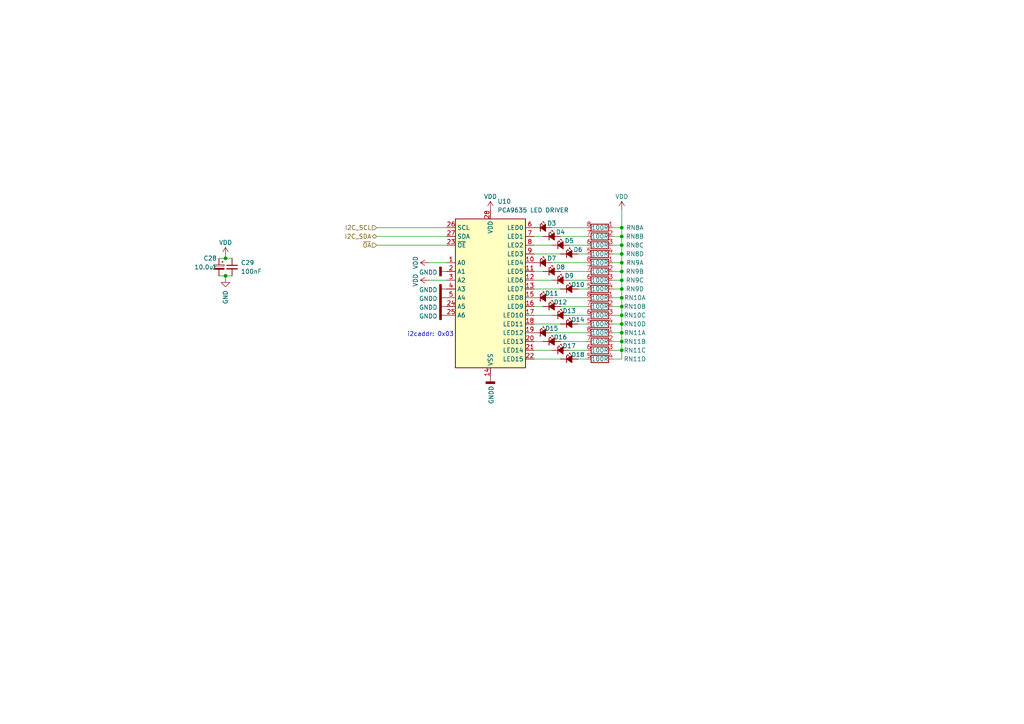
<source format=kicad_sch>
(kicad_sch (version 20211123) (generator eeschema)
  (paper "A4")
  (lib_symbols
    (symbol "Device:C_Polarized_Small" (pin_numbers hide) (pin_names (offset 0.254) hide)
      (property "Reference" "C" (at 0.254 1.778 0))
      (property "Value" "C_Polarized_Small" (at 0.254 -2.032 0))
      (symbol "C_Polarized_Small_0_1"
        (rectangle (start -1.524 -0.3048) (end 1.524 -0.6858) (fill (type outline)))
        (rectangle (start -1.524 0.6858) (end 1.524 0.3048))
        (polyline (pts (xy -1.27 1.524) (xy -0.762 1.524)))
        (polyline (pts (xy -1.016 1.27) (xy -1.016 1.778)))
      )
      (symbol "C_Polarized_Small_1_1"
        (pin passive line (at 0 2.54 270) (length 1.8542) (name "~") (number "1"))
        (pin passive line (at 0 -2.54 90) (length 1.8542) (name "~") (number "2"))
      )
    )
    (symbol "Device:C_Small" (pin_numbers hide) (pin_names (offset 0.254) hide)
      (property "Reference" "C" (at 0.254 1.778 0))
      (property "Value" "C_Small" (at 0.254 -2.032 0))
      (symbol "C_Small_0_1"
        (polyline (pts (xy -1.524 -0.508) (xy 1.524 -0.508)) (stroke (width 0.3302)))
        (polyline (pts (xy -1.524 0.508) (xy 1.524 0.508)) (stroke (width 0.3048)))
      )
      (symbol "C_Small_1_1"
        (pin passive line (at 0 2.54 270) (length 2.032) (name "~") (number "1"))
        (pin passive line (at 0 -2.54 90) (length 2.032) (name "~") (number "2"))
      )
    )
    (symbol "Device:LED_Small_Filled" (pin_numbers hide) (pin_names (offset 0.254) hide)
      (property "Reference" "D" (at -1.27 3.175 0))
      (property "Value" "LED_Small_Filled" (at -4.445 -2.54 0))
      (symbol "LED_Small_Filled_0_1"
        (polyline (pts (xy -0.762 -1.016) (xy -0.762 1.016)) (stroke (width 0.254)))
        (polyline (pts (xy 1.016 0) (xy -0.762 0)))
        (polyline (pts (xy 0.762 -1.016) (xy -0.762 0) (xy 0.762 1.016) (xy 0.762 -1.016)) (stroke (width 0.254)) (fill (type outline)))
        (polyline (pts (xy 0 0.762) (xy -0.508 1.27) (xy -0.254 1.27) (xy -0.508 1.27) (xy -0.508 1.016)))
        (polyline (pts (xy 0.508 1.27) (xy 0 1.778) (xy 0.254 1.778) (xy 0 1.778) (xy 0 1.524)))
      )
      (symbol "LED_Small_Filled_1_1"
        (pin passive line (at -2.54 0 0) (length 1.778) (name "K") (number "1"))
        (pin passive line (at 2.54 0 180) (length 1.778) (name "A") (number "2"))
      )
    )
    (symbol "Device:R_Pack04_Split" (pin_names (offset 0) hide)
      (property "Reference" "RN" (at 2.032 0 90))
      (property "Value" "R_Pack04_Split" (at 0 0 90))
      (symbol "R_Pack04_Split_0_1"
        (rectangle (start 1.016 2.54) (end -1.016 -2.54) (stroke (width 0.254)))
      )
      (symbol "R_Pack04_Split_1_1"
        (pin passive line (at 0 -3.81 90) (length 1.27) (name "R1.1") (number "1"))
        (pin passive line (at 0 3.81 270) (length 1.27) (name "R1.2") (number "8"))
      )
      (symbol "R_Pack04_Split_2_1"
        (pin passive line (at 0 -3.81 90) (length 1.27) (name "R2.1") (number "2"))
        (pin passive line (at 0 3.81 270) (length 1.27) (name "R2.2") (number "7"))
      )
      (symbol "R_Pack04_Split_3_1"
        (pin passive line (at 0 -3.81 90) (length 1.27) (name "R3.1") (number "3"))
        (pin passive line (at 0 3.81 270) (length 1.27) (name "R3.2") (number "6"))
      )
      (symbol "R_Pack04_Split_4_1"
        (pin passive line (at 0 -3.81 90) (length 1.27) (name "R4.1") (number "4"))
        (pin passive line (at 0 3.81 270) (length 1.27) (name "R4.2") (number "5"))
      )
    )
    (symbol "Driver_LED:PCA9635"
      (property "Reference" "U" (at -10.16 24.13 0))
      (property "Value" "PCA9635" (at 2.54 -21.59 0))
      (symbol "PCA9635_0_1"
        (rectangle (start -10.16 22.86) (end 10.16 -20.32) (stroke (width 0.254)) (fill (type background)))
      )
      (symbol "PCA9635_1_1"
        (pin input line (at -12.7 10.16 0) (length 2.54) (name "A0") (number "1"))
        (pin output line (at 12.7 10.16 180) (length 2.54) (name "LED4") (number "10"))
        (pin output line (at 12.7 7.62 180) (length 2.54) (name "LED5") (number "11"))
        (pin output line (at 12.7 5.08 180) (length 2.54) (name "LED6") (number "12"))
        (pin output line (at 12.7 2.54 180) (length 2.54) (name "LED7") (number "13"))
        (pin power_in line (at 0 -22.86 90) (length 2.54) (name "VSS") (number "14"))
        (pin output line (at 12.7 0 180) (length 2.54) (name "LED8") (number "15"))
        (pin output line (at 12.7 -2.54 180) (length 2.54) (name "LED9") (number "16"))
        (pin output line (at 12.7 -5.08 180) (length 2.54) (name "LED10") (number "17"))
        (pin output line (at 12.7 -7.62 180) (length 2.54) (name "LED11") (number "18"))
        (pin output line (at 12.7 -10.16 180) (length 2.54) (name "LED12") (number "19"))
        (pin input line (at -12.7 7.62 0) (length 2.54) (name "A1") (number "2"))
        (pin output line (at 12.7 -12.7 180) (length 2.54) (name "LED13") (number "20"))
        (pin output line (at 12.7 -15.24 180) (length 2.54) (name "LED14") (number "21"))
        (pin output line (at 12.7 -17.78 180) (length 2.54) (name "LED15") (number "22"))
        (pin input line (at -12.7 15.24 0) (length 2.54) (name "~{OE}") (number "23"))
        (pin input line (at -12.7 -2.54 0) (length 2.54) (name "A5") (number "24"))
        (pin input line (at -12.7 -5.08 0) (length 2.54) (name "A6") (number "25"))
        (pin input line (at -12.7 20.32 0) (length 2.54) (name "SCL") (number "26"))
        (pin bidirectional line (at -12.7 17.78 0) (length 2.54) (name "SDA") (number "27"))
        (pin power_in line (at 0 25.4 270) (length 2.54) (name "VDD") (number "28"))
        (pin input line (at -12.7 5.08 0) (length 2.54) (name "A2") (number "3"))
        (pin input line (at -12.7 2.54 0) (length 2.54) (name "A3") (number "4"))
        (pin input line (at -12.7 0 0) (length 2.54) (name "A4") (number "5"))
        (pin output line (at 12.7 20.32 180) (length 2.54) (name "LED0") (number "6"))
        (pin output line (at 12.7 17.78 180) (length 2.54) (name "LED1") (number "7"))
        (pin output line (at 12.7 15.24 180) (length 2.54) (name "LED2") (number "8"))
        (pin output line (at 12.7 12.7 180) (length 2.54) (name "LED3") (number "9"))
      )
    )
    (symbol "power:GND" (power) (pin_names (offset 0))
      (property "Value" "GND" (at 0 -3.81 0))
      (symbol "GND_0_1"
        (polyline (pts (xy 0 0) (xy 0 -1.27) (xy 1.27 -1.27) (xy 0 -2.54) (xy -1.27 -1.27) (xy 0 -1.27)))
      )
      (symbol "GND_1_1"
        (pin power_in line (at 0 0 270) (length 0) hide (name "GND") (number "1"))
      )
    )
    (symbol "power:GNDD" (power) (pin_names (offset 0))
      (property "Value" "GNDD" (at 0 -3.175 0))
      (symbol "GNDD_0_1"
        (rectangle (start -1.27 -1.524) (end 1.27 -2.032) (stroke (width 0.254)) (fill (type outline)))
        (polyline (pts (xy 0 0) (xy 0 -1.524)))
      )
      (symbol "GNDD_1_1"
        (pin power_in line (at 0 0 270) (length 0) hide (name "GNDD") (number "1"))
      )
    )
    (symbol "power:VDD" (power) (pin_names (offset 0))
      (property "Value" "VDD" (at 0 3.81 0))
      (symbol "VDD_0_1"
        (polyline (pts (xy -0.762 1.27) (xy 0 2.54)))
        (polyline (pts (xy 0 0) (xy 0 2.54)))
        (polyline (pts (xy 0 2.54) (xy 0.762 1.27)))
      )
      (symbol "VDD_1_1"
        (pin power_in line (at 0 0 90) (length 0) hide (name "VDD") (number "1"))
      )
    )
  )
  (junction (at 180.34 78.74))
  (junction (at 180.34 99.06))
  (junction (at 180.34 76.2))
  (junction (at 180.34 68.58))
  (junction (at 180.34 81.28))
  (junction (at 180.34 66.04))
  (junction (at 180.34 83.82))
  (junction (at 180.34 101.6))
  (junction (at 180.34 86.36))
  (junction (at 65.405 80.01))
  (junction (at 180.34 88.9))
  (junction (at 180.34 96.52))
  (junction (at 180.34 91.44))
  (junction (at 65.405 74.93))
  (junction (at 180.34 73.66))
  (junction (at 180.34 93.98))
  (junction (at 180.34 71.12))
  (wire (pts (xy 180.34 71.12) (xy 180.34 73.66)))
  (wire (pts (xy 165.1 91.44) (xy 170.18 91.44)))
  (wire (pts (xy 124.46 81.28) (xy 129.54 81.28)))
  (wire (pts (xy 180.34 88.9) (xy 180.34 91.44)))
  (wire (pts (xy 180.34 73.66) (xy 180.34 76.2)))
  (wire (pts (xy 177.8 81.28) (xy 180.34 81.28)))
  (wire (pts (xy 167.64 83.82) (xy 170.18 83.82)))
  (wire (pts (xy 180.34 78.74) (xy 180.34 81.28)))
  (wire (pts (xy 65.405 74.295) (xy 65.405 74.93)))
  (wire (pts (xy 154.94 101.6) (xy 160.02 101.6)))
  (wire (pts (xy 177.8 71.12) (xy 180.34 71.12)))
  (wire (pts (xy 180.34 66.04) (xy 180.34 68.58)))
  (wire (pts (xy 109.22 71.12) (xy 129.54 71.12)))
  (wire (pts (xy 177.8 99.06) (xy 180.34 99.06)))
  (wire (pts (xy 180.34 104.14) (xy 177.8 104.14)))
  (wire (pts (xy 154.94 99.06) (xy 157.48 99.06)))
  (wire (pts (xy 177.8 68.58) (xy 180.34 68.58)))
  (wire (pts (xy 65.405 74.93) (xy 67.31 74.93)))
  (wire (pts (xy 180.34 101.6) (xy 180.34 104.14)))
  (wire (pts (xy 177.8 78.74) (xy 180.34 78.74)))
  (wire (pts (xy 180.34 76.2) (xy 180.34 78.74)))
  (wire (pts (xy 180.34 86.36) (xy 180.34 88.9)))
  (wire (pts (xy 177.8 96.52) (xy 180.34 96.52)))
  (wire (pts (xy 160.02 66.04) (xy 170.18 66.04)))
  (wire (pts (xy 154.94 81.28) (xy 160.02 81.28)))
  (wire (pts (xy 177.8 83.82) (xy 180.34 83.82)))
  (wire (pts (xy 154.94 104.14) (xy 162.56 104.14)))
  (wire (pts (xy 65.405 80.01) (xy 67.31 80.01)))
  (wire (pts (xy 165.1 101.6) (xy 170.18 101.6)))
  (wire (pts (xy 177.8 66.04) (xy 180.34 66.04)))
  (wire (pts (xy 180.34 99.06) (xy 180.34 101.6)))
  (wire (pts (xy 177.8 91.44) (xy 180.34 91.44)))
  (wire (pts (xy 162.56 99.06) (xy 170.18 99.06)))
  (wire (pts (xy 180.34 83.82) (xy 180.34 86.36)))
  (wire (pts (xy 63.5 74.93) (xy 65.405 74.93)))
  (wire (pts (xy 63.5 80.01) (xy 65.405 80.01)))
  (wire (pts (xy 167.64 93.98) (xy 170.18 93.98)))
  (wire (pts (xy 177.8 73.66) (xy 180.34 73.66)))
  (wire (pts (xy 177.8 88.9) (xy 180.34 88.9)))
  (wire (pts (xy 167.64 73.66) (xy 170.18 73.66)))
  (wire (pts (xy 154.94 71.12) (xy 160.02 71.12)))
  (wire (pts (xy 180.34 93.98) (xy 180.34 96.52)))
  (wire (pts (xy 154.94 88.9) (xy 157.48 88.9)))
  (wire (pts (xy 180.34 91.44) (xy 180.34 93.98)))
  (wire (pts (xy 154.94 68.58) (xy 157.48 68.58)))
  (wire (pts (xy 124.46 76.2) (xy 129.54 76.2)))
  (wire (pts (xy 154.94 93.98) (xy 162.56 93.98)))
  (wire (pts (xy 165.1 71.12) (xy 170.18 71.12)))
  (wire (pts (xy 180.34 60.96) (xy 180.34 66.04)))
  (wire (pts (xy 154.94 73.66) (xy 162.56 73.66)))
  (wire (pts (xy 177.8 86.36) (xy 180.34 86.36)))
  (wire (pts (xy 167.64 104.14) (xy 170.18 104.14)))
  (wire (pts (xy 162.56 78.74) (xy 170.18 78.74)))
  (wire (pts (xy 160.02 96.52) (xy 170.18 96.52)))
  (wire (pts (xy 109.22 68.58) (xy 129.54 68.58)))
  (wire (pts (xy 160.02 86.36) (xy 170.18 86.36)))
  (wire (pts (xy 154.94 83.82) (xy 162.56 83.82)))
  (wire (pts (xy 109.22 66.04) (xy 129.54 66.04)))
  (wire (pts (xy 154.94 78.74) (xy 157.48 78.74)))
  (wire (pts (xy 177.8 76.2) (xy 180.34 76.2)))
  (wire (pts (xy 177.8 93.98) (xy 180.34 93.98)))
  (wire (pts (xy 154.94 91.44) (xy 160.02 91.44)))
  (wire (pts (xy 65.405 80.01) (xy 65.405 80.645)))
  (wire (pts (xy 160.02 76.2) (xy 170.18 76.2)))
  (wire (pts (xy 180.34 81.28) (xy 180.34 83.82)))
  (wire (pts (xy 180.34 68.58) (xy 180.34 71.12)))
  (wire (pts (xy 180.34 96.52) (xy 180.34 99.06)))
  (wire (pts (xy 165.1 81.28) (xy 170.18 81.28)))
  (wire (pts (xy 162.56 88.9) (xy 170.18 88.9)))
  (wire (pts (xy 177.8 101.6) (xy 180.34 101.6)))
  (wire (pts (xy 162.56 68.58) (xy 170.18 68.58)))
  (text "i2caddr: 0x03" (at 118.11 97.79 0) (effects (font (size 1.27 1.27)) (justify left bottom)))
  (hierarchical_label "I2C_SCL" (shape input) (at 109.22 66.04 180))
  (hierarchical_label "~{OA}" (shape input) (at 109.22 71.12 180))
  (hierarchical_label "I2C_SDA" (shape bidirectional) (at 109.22 68.58 180))
  (symbol (lib_id "Device:LED_Small_Filled") (at 162.56 101.6 0) (unit 1)
    (property "Reference" "D17" (at 165.1 100.33 0))
    (property "Value" "LED 0402 GREEN" (effects hide))
    (property "Footprint" "LED_SMD:LED_0402_1005Metric" (effects hide))
    (property "Datasheet" "https://datasheet.lcsc.com/lcsc/2211021630_XINGLIGHT-XL-1005UGC_C2856703.pdf" (effects hide))
    (property "lcsc#" "C2856703" (effects hide))
    (property "mfg#" "XL-1005UGC" (effects hide))
  )
  (symbol (lib_id "Device:LED_Small_Filled") (at 160.02 68.58 0) (unit 1)
    (property "Reference" "D4" (at 162.56 67.31 0))
    (property "Value" "LED 0402 RED" (effects hide))
    (property "Footprint" "LED_SMD:LED_0402_1005Metric" (effects hide))
    (property "Datasheet" "https://datasheet.lcsc.com/lcsc/2211030000_XINGLIGHT-XL-1005SURC_C965790.pdf" (effects hide))
    (property "lcsc#" "C965790" (effects hide))
    (property "mfg#" "XL-1005SURC" (effects hide))
  )
  (symbol (lib_id "Device:LED_Small_Filled") (at 157.48 86.36 0) (unit 1)
    (property "Reference" "D11" (at 160.02 85.09 0))
    (property "Value" "LED 0402 GREEN" (effects hide))
    (property "Footprint" "LED_SMD:LED_0402_1005Metric" (effects hide))
    (property "Datasheet" "https://datasheet.lcsc.com/lcsc/2211021630_XINGLIGHT-XL-1005UGC_C2856703.pdf" (effects hide))
    (property "lcsc#" "C2856703" (effects hide))
    (property "mfg#" "XL-1005UGC" (effects hide))
  )
  (symbol (lib_id "Device:LED_Small_Filled") (at 162.56 71.12 0) (unit 1)
    (property "Reference" "D5" (at 165.1 69.85 0))
    (property "Value" "LED 0402 GREEN" (effects hide))
    (property "Footprint" "LED_SMD:LED_0402_1005Metric" (effects hide))
    (property "Datasheet" "https://datasheet.lcsc.com/lcsc/2211021630_XINGLIGHT-XL-1005UGC_C2856703.pdf" (effects hide))
    (property "lcsc#" "C2856703" (effects hide))
    (property "mfg#" "XL-1005UGC" (effects hide))
  )
  (symbol (lib_id "Driver_LED:PCA9635") (at 142.24 86.36 0) (unit 1)
    (property "Reference" "U10" (at 144.2594 58.42 0) (effects (justify left)))
    (property "Value" "PCA9635 LED DRIVER" (at 144.2594 60.96 0) (effects (justify left)))
    (property "Footprint" "Package_SO:TSSOP-28_4.4x9.7mm_P0.65mm" (effects hide))
    (property "Datasheet" "https://www.nxp.com/docs/en/data-sheet/PCA9635.pdf" (effects hide))
    (property "lcsc#" "C110795" (effects hide))
    (property "dig#" "568-4067-1-ND" (effects hide))
    (property "mfg#" "PCA9635PW,118" (effects hide))
  )
  (symbol (lib_id "Device:R_Pack04_Split") (at 173.99 96.52 90) (unit 1)
    (property "Reference" "RN11" (at 184.15 96.52 90))
    (property "Value" "100R" (at 173.99 96.52 90))
    (property "Footprint" "Resistor_SMD:R_Array_Convex_4x0402" (effects hide))
    (property "Datasheet" "https://datasheet.lcsc.com/lcsc/1811141242_YAGEO-YC124-JR-07100RL_C326873.pdf" (effects hide))
    (property "mfg#" "YC124-JR-07100RL" (effects hide))
    (property "lcsc#" "C326873" (effects hide))
  )
  (symbol (lib_id "power:GNDD") (at 129.54 88.9 270) (unit 1)
    (property "Reference" "#PWR0111" (effects hide))
    (property "Value" "GNDD" (at 124.206 89.154 90))
  )
  (symbol (lib_id "Device:LED_Small_Filled") (at 165.1 93.98 0) (unit 1)
    (property "Reference" "D14" (at 167.64 92.71 0))
    (property "Value" "LED 0402 RED" (effects hide))
    (property "Footprint" "LED_SMD:LED_0402_1005Metric" (effects hide))
    (property "Datasheet" "https://datasheet.lcsc.com/lcsc/2211030000_XINGLIGHT-XL-1005SURC_C965790.pdf" (effects hide))
    (property "lcsc#" "C965790" (effects hide))
    (property "mfg#" "XL-1005SURC" (effects hide))
  )
  (symbol (lib_id "Device:LED_Small_Filled") (at 157.48 96.52 0) (unit 1)
    (property "Reference" "D15" (at 160.02 95.25 0))
    (property "Value" "LED 0402 GREEN" (effects hide))
    (property "Footprint" "LED_SMD:LED_0402_1005Metric" (effects hide))
    (property "Datasheet" "https://datasheet.lcsc.com/lcsc/2211021630_XINGLIGHT-XL-1005UGC_C2856703.pdf" (effects hide))
    (property "lcsc#" "C2856703" (effects hide))
    (property "mfg#" "XL-1005UGC" (effects hide))
  )
  (symbol (lib_id "power:GNDD") (at 129.54 83.82 270) (unit 1)
    (property "Reference" "#PWR0109" (effects hide))
    (property "Value" "GNDD" (at 124.206 84.074 90))
  )
  (symbol (lib_id "Device:R_Pack04_Split") (at 173.99 86.36 90) (unit 1)
    (property "Reference" "RN10" (at 184.15 86.36 90))
    (property "Value" "100R" (at 173.99 86.36 90))
    (property "Footprint" "Resistor_SMD:R_Array_Convex_4x0402" (effects hide))
    (property "Datasheet" "https://datasheet.lcsc.com/lcsc/1811141242_YAGEO-YC124-JR-07100RL_C326873.pdf" (effects hide))
    (property "mfg#" "YC124-JR-07100RL" (effects hide))
    (property "lcsc#" "C326873" (effects hide))
  )
  (symbol (lib_id "power:VDD") (at 142.24 60.96 0) (unit 1)
    (property "Reference" "#PWR0102" (effects hide))
    (property "Value" "VDD" (at 142.24 57.023 0))
  )
  (symbol (lib_id "Device:R_Pack04_Split") (at 173.99 76.2 90) (unit 1)
    (property "Reference" "RN9" (at 184.15 76.2 90))
    (property "Value" "100R" (at 173.99 76.2 90))
    (property "Footprint" "Resistor_SMD:R_Array_Convex_4x0402" (effects hide))
    (property "Datasheet" "https://datasheet.lcsc.com/lcsc/1811141242_YAGEO-YC124-JR-07100RL_C326873.pdf" (effects hide))
    (property "mfg#" "YC124-JR-07100RL" (effects hide))
    (property "lcsc#" "C326873" (effects hide))
  )
  (symbol (lib_id "Device:LED_Small_Filled") (at 157.48 76.2 0) (unit 1)
    (property "Reference" "D7" (at 160.02 74.93 0))
    (property "Value" "LED 0402 GREEN" (effects hide))
    (property "Footprint" "LED_SMD:LED_0402_1005Metric" (effects hide))
    (property "Datasheet" "https://datasheet.lcsc.com/lcsc/2211021630_XINGLIGHT-XL-1005UGC_C2856703.pdf" (effects hide))
    (property "lcsc#" "C2856703" (effects hide))
    (property "mfg#" "XL-1005UGC" (effects hide))
  )
  (symbol (lib_id "Device:LED_Small_Filled") (at 165.1 83.82 0) (unit 1)
    (property "Reference" "D10" (at 167.64 82.55 0))
    (property "Value" "LED 0402 RED" (effects hide))
    (property "Footprint" "LED_SMD:LED_0402_1005Metric" (effects hide))
    (property "Datasheet" "https://datasheet.lcsc.com/lcsc/2211030000_XINGLIGHT-XL-1005SURC_C965790.pdf" (effects hide))
    (property "lcsc#" "C965790" (effects hide))
    (property "mfg#" "XL-1005SURC" (effects hide))
  )
  (symbol (lib_id "Device:LED_Small_Filled") (at 162.56 81.28 0) (unit 1)
    (property "Reference" "D9" (at 165.1 80.01 0))
    (property "Value" "LED 0402 GREEN" (effects hide))
    (property "Footprint" "LED_SMD:LED_0402_1005Metric" (effects hide))
    (property "Datasheet" "https://datasheet.lcsc.com/lcsc/2211021630_XINGLIGHT-XL-1005UGC_C2856703.pdf" (effects hide))
    (property "lcsc#" "C2856703" (effects hide))
    (property "mfg#" "XL-1005UGC" (effects hide))
  )
  (symbol (lib_id "Device:R_Pack04_Split") (at 173.99 104.14 90) (unit 4)
    (property "Reference" "RN11" (at 184.15 104.14 90))
    (property "Value" "100R" (at 173.99 104.14 90))
    (property "Footprint" "Resistor_SMD:R_Array_Convex_4x0402" (effects hide))
    (property "Datasheet" "https://datasheet.lcsc.com/lcsc/1811141242_YAGEO-YC124-JR-07100RL_C326873.pdf" (effects hide))
    (property "mfg#" "YC124-JR-07100RL" (effects hide))
    (property "lcsc#" "C326873" (effects hide))
  )
  (symbol (lib_id "power:GNDD") (at 129.54 86.36 270) (unit 1)
    (property "Reference" "#PWR0110" (effects hide))
    (property "Value" "GNDD" (at 124.206 86.614 90))
  )
  (symbol (lib_id "Device:LED_Small_Filled") (at 165.1 104.14 0) (unit 1)
    (property "Reference" "D18" (at 167.64 102.87 0))
    (property "Value" "LED 0402 RED" (effects hide))
    (property "Footprint" "LED_SMD:LED_0402_1005Metric" (effects hide))
    (property "Datasheet" "https://datasheet.lcsc.com/lcsc/2211030000_XINGLIGHT-XL-1005SURC_C965790.pdf" (effects hide))
    (property "lcsc#" "C965790" (effects hide))
    (property "mfg#" "XL-1005SURC" (effects hide))
  )
  (symbol (lib_id "power:GND") (at 65.405 80.645 0) (unit 1)
    (property "Reference" "#PWR0107" (effects hide))
    (property "Value" "GND" (at 65.405 88.265 90) (effects (justify left)))
  )
  (symbol (lib_id "Device:R_Pack04_Split") (at 173.99 83.82 90) (unit 4)
    (property "Reference" "RN9" (at 184.15 83.82 90))
    (property "Value" "100R" (at 173.99 83.82 90))
    (property "Footprint" "Resistor_SMD:R_Array_Convex_4x0402" (effects hide))
    (property "Datasheet" "https://datasheet.lcsc.com/lcsc/1811141242_YAGEO-YC124-JR-07100RL_C326873.pdf" (effects hide))
    (property "mfg#" "YC124-JR-07100RL" (effects hide))
    (property "lcsc#" "C326873" (effects hide))
  )
  (symbol (lib_id "Device:C_Small") (at 67.31 77.47 0) (unit 1)
    (property "Reference" "C29" (at 69.85 76.2062 0) (effects (justify left)))
    (property "Value" "100nF" (at 69.85 78.7462 0) (effects (justify left)))
    (property "Footprint" "Capacitor_SMD:C_0603_1608Metric" (effects hide))
    (property "Datasheet" "https://datasheet.lcsc.com/lcsc/1912111437_TDK-C1608X7R1E104KT000N_C338036.pdf" (effects hide))
    (property "lcsc#" "C338036" (effects hide))
    (property "mfg#" "C1608X7R1E104KT000N" (effects hide))
  )
  (symbol (lib_id "Device:R_Pack04_Split") (at 173.99 66.04 90) (unit 1)
    (property "Reference" "RN8" (at 184.15 66.04 90))
    (property "Value" "100R" (at 173.99 66.04 90))
    (property "Footprint" "Resistor_SMD:R_Array_Convex_4x0402" (effects hide))
    (property "Datasheet" "https://datasheet.lcsc.com/lcsc/1811141242_YAGEO-YC124-JR-07100RL_C326873.pdf" (effects hide))
    (property "mfg#" "YC124-JR-07100RL" (effects hide))
    (property "lcsc#" "C326873" (effects hide))
  )
  (symbol (lib_id "Device:R_Pack04_Split") (at 173.99 93.98 90) (unit 4)
    (property "Reference" "RN10" (at 184.15 93.98 90))
    (property "Value" "100R" (at 173.99 93.98 90))
    (property "Footprint" "Resistor_SMD:R_Array_Convex_4x0402" (effects hide))
    (property "Datasheet" "https://datasheet.lcsc.com/lcsc/1811141242_YAGEO-YC124-JR-07100RL_C326873.pdf" (effects hide))
    (property "mfg#" "YC124-JR-07100RL" (effects hide))
    (property "lcsc#" "C326873" (effects hide))
  )
  (symbol (lib_id "Device:LED_Small_Filled") (at 160.02 99.06 0) (unit 1)
    (property "Reference" "D16" (at 162.56 97.79 0))
    (property "Value" "LED 0402 RED" (effects hide))
    (property "Footprint" "LED_SMD:LED_0402_1005Metric" (effects hide))
    (property "Datasheet" "https://datasheet.lcsc.com/lcsc/2211030000_XINGLIGHT-XL-1005SURC_C965790.pdf" (effects hide))
    (property "lcsc#" "C965790" (effects hide))
    (property "mfg#" "XL-1005SURC" (effects hide))
  )
  (symbol (lib_id "Device:R_Pack04_Split") (at 173.99 101.6 90) (unit 3)
    (property "Reference" "RN11" (at 184.15 101.6 90))
    (property "Value" "100R" (at 173.99 101.6 90))
    (property "Footprint" "Resistor_SMD:R_Array_Convex_4x0402" (effects hide))
    (property "Datasheet" "https://datasheet.lcsc.com/lcsc/1811141242_YAGEO-YC124-JR-07100RL_C326873.pdf" (effects hide))
    (property "mfg#" "YC124-JR-07100RL" (effects hide))
    (property "lcsc#" "C326873" (effects hide))
  )
  (symbol (lib_id "power:VDD") (at 124.46 81.28 90) (unit 1)
    (property "Reference" "#PWR0108" (effects hide))
    (property "Value" "VDD" (at 120.523 81.28 0))
  )
  (symbol (lib_id "power:VDD") (at 180.34 60.96 0) (unit 1)
    (property "Reference" "#PWR0103" (effects hide))
    (property "Value" "VDD" (at 180.34 57.023 0))
  )
  (symbol (lib_id "Device:R_Pack04_Split") (at 173.99 68.58 90) (unit 2)
    (property "Reference" "RN8" (at 184.15 68.58 90))
    (property "Value" "100R" (at 173.99 68.58 90))
    (property "Footprint" "Resistor_SMD:R_Array_Convex_4x0402" (effects hide))
    (property "Datasheet" "https://datasheet.lcsc.com/lcsc/1811141242_YAGEO-YC124-JR-07100RL_C326873.pdf" (effects hide))
    (property "mfg#" "YC124-JR-07100RL" (effects hide))
    (property "lcsc#" "C326873" (effects hide))
  )
  (symbol (lib_id "Device:R_Pack04_Split") (at 173.99 88.9 90) (unit 2)
    (property "Reference" "RN10" (at 184.15 88.9 90))
    (property "Value" "100R" (at 173.99 88.9 90))
    (property "Footprint" "Resistor_SMD:R_Array_Convex_4x0402" (effects hide))
    (property "Datasheet" "https://datasheet.lcsc.com/lcsc/1811141242_YAGEO-YC124-JR-07100RL_C326873.pdf" (effects hide))
    (property "mfg#" "YC124-JR-07100RL" (effects hide))
    (property "lcsc#" "C326873" (effects hide))
  )
  (symbol (lib_id "Device:R_Pack04_Split") (at 173.99 78.74 90) (unit 2)
    (property "Reference" "RN9" (at 184.15 78.74 90))
    (property "Value" "100R" (at 173.99 78.74 90))
    (property "Footprint" "Resistor_SMD:R_Array_Convex_4x0402" (effects hide))
    (property "Datasheet" "https://datasheet.lcsc.com/lcsc/1811141242_YAGEO-YC124-JR-07100RL_C326873.pdf" (effects hide))
    (property "mfg#" "YC124-JR-07100RL" (effects hide))
    (property "lcsc#" "C326873" (effects hide))
  )
  (symbol (lib_id "power:GNDD") (at 129.54 91.44 270) (unit 1)
    (property "Reference" "#PWR0112" (effects hide))
    (property "Value" "GNDD" (at 124.206 91.694 90))
  )
  (symbol (lib_id "power:GNDD") (at 142.24 109.22 0) (unit 1)
    (property "Reference" "#PWR0113" (effects hide))
    (property "Value" "GNDD" (at 142.494 114.554 90))
  )
  (symbol (lib_id "Device:LED_Small_Filled") (at 162.56 91.44 0) (unit 1)
    (property "Reference" "D13" (at 165.1 90.17 0))
    (property "Value" "LED 0402 GREEN" (effects hide))
    (property "Footprint" "LED_SMD:LED_0402_1005Metric" (effects hide))
    (property "Datasheet" "https://datasheet.lcsc.com/lcsc/2211021630_XINGLIGHT-XL-1005UGC_C2856703.pdf" (effects hide))
    (property "lcsc#" "C2856703" (effects hide))
    (property "mfg#" "XL-1005UGC" (effects hide))
  )
  (symbol (lib_id "Device:R_Pack04_Split") (at 173.99 99.06 90) (unit 2)
    (property "Reference" "RN11" (at 184.15 99.06 90))
    (property "Value" "100R" (at 173.99 99.06 90))
    (property "Footprint" "Resistor_SMD:R_Array_Convex_4x0402" (effects hide))
    (property "Datasheet" "https://datasheet.lcsc.com/lcsc/1811141242_YAGEO-YC124-JR-07100RL_C326873.pdf" (effects hide))
    (property "mfg#" "YC124-JR-07100RL" (effects hide))
    (property "lcsc#" "C326873" (effects hide))
  )
  (symbol (lib_id "Device:LED_Small_Filled") (at 160.02 88.9 0) (unit 1)
    (property "Reference" "D12" (at 162.56 87.63 0))
    (property "Value" "LED 0402 RED" (effects hide))
    (property "Footprint" "LED_SMD:LED_0402_1005Metric" (effects hide))
    (property "Datasheet" "https://datasheet.lcsc.com/lcsc/2211030000_XINGLIGHT-XL-1005SURC_C965790.pdf" (effects hide))
    (property "lcsc#" "C965790" (effects hide))
    (property "mfg#" "XL-1005SURC" (effects hide))
  )
  (symbol (lib_id "Device:LED_Small_Filled") (at 165.1 73.66 0) (unit 1)
    (property "Reference" "D6" (at 167.64 72.39 0))
    (property "Value" "LED 0402 RED" (effects hide))
    (property "Footprint" "LED_SMD:LED_0402_1005Metric" (effects hide))
    (property "Datasheet" "https://datasheet.lcsc.com/lcsc/2211030000_XINGLIGHT-XL-1005SURC_C965790.pdf" (effects hide))
    (property "lcsc#" "C965790" (effects hide))
    (property "mfg#" "XL-1005SURC" (effects hide))
  )
  (symbol (lib_id "Device:R_Pack04_Split") (at 173.99 73.66 90) (unit 4)
    (property "Reference" "RN8" (at 184.15 73.66 90))
    (property "Value" "100R" (at 173.99 73.66 90))
    (property "Footprint" "Resistor_SMD:R_Array_Convex_4x0402" (effects hide))
    (property "Datasheet" "https://datasheet.lcsc.com/lcsc/1811141242_YAGEO-YC124-JR-07100RL_C326873.pdf" (effects hide))
    (property "mfg#" "YC124-JR-07100RL" (effects hide))
    (property "lcsc#" "C326873" (effects hide))
  )
  (symbol (lib_id "power:GNDD") (at 129.54 78.74 270) (unit 1)
    (property "Reference" "#PWR0106" (effects hide))
    (property "Value" "GNDD" (at 124.206 78.994 90))
  )
  (symbol (lib_id "power:VDD") (at 65.405 74.295 0) (unit 1)
    (property "Reference" "#PWR0104" (effects hide))
    (property "Value" "VDD" (at 65.405 70.358 0))
  )
  (symbol (lib_id "power:VDD") (at 124.46 76.2 90) (unit 1)
    (property "Reference" "#PWR0105" (effects hide))
    (property "Value" "VDD" (at 120.523 76.2 0))
  )
  (symbol (lib_id "Device:R_Pack04_Split") (at 173.99 81.28 90) (unit 3)
    (property "Reference" "RN9" (at 184.15 81.28 90))
    (property "Value" "100R" (at 173.99 81.28 90))
    (property "Footprint" "Resistor_SMD:R_Array_Convex_4x0402" (effects hide))
    (property "Datasheet" "https://datasheet.lcsc.com/lcsc/1811141242_YAGEO-YC124-JR-07100RL_C326873.pdf" (effects hide))
    (property "mfg#" "YC124-JR-07100RL" (effects hide))
    (property "lcsc#" "C326873" (effects hide))
  )
  (symbol (lib_id "Device:LED_Small_Filled") (at 160.02 78.74 0) (unit 1)
    (property "Reference" "D8" (at 162.56 77.47 0))
    (property "Value" "LED 0402 RED" (effects hide))
    (property "Footprint" "LED_SMD:LED_0402_1005Metric" (effects hide))
    (property "Datasheet" "https://datasheet.lcsc.com/lcsc/2211030000_XINGLIGHT-XL-1005SURC_C965790.pdf" (effects hide))
    (property "lcsc#" "C965790" (effects hide))
    (property "mfg#" "XL-1005SURC" (effects hide))
  )
  (symbol (lib_id "Device:LED_Small_Filled") (at 157.48 66.04 0) (unit 1)
    (property "Reference" "D3" (at 160.02 64.77 0))
    (property "Value" "LED 0402 GREEN" (effects hide))
    (property "Footprint" "LED_SMD:LED_0402_1005Metric" (effects hide))
    (property "Datasheet" "https://datasheet.lcsc.com/lcsc/2211021630_XINGLIGHT-XL-1005UGC_C2856703.pdf" (effects hide))
    (property "lcsc#" "C2856703" (effects hide))
    (property "mfg#" "XL-1005UGC" (effects hide))
  )
  (symbol (lib_id "Device:R_Pack04_Split") (at 173.99 71.12 90) (unit 3)
    (property "Reference" "RN8" (at 184.15 71.12 90))
    (property "Value" "100R" (at 173.99 71.12 90))
    (property "Footprint" "Resistor_SMD:R_Array_Convex_4x0402" (effects hide))
    (property "Datasheet" "https://datasheet.lcsc.com/lcsc/1811141242_YAGEO-YC124-JR-07100RL_C326873.pdf" (effects hide))
    (property "mfg#" "YC124-JR-07100RL" (effects hide))
    (property "lcsc#" "C326873" (effects hide))
  )
  (symbol (lib_id "Device:C_Polarized_Small") (at 63.5 77.47 0) (mirror y) (unit 1)
    (property "Reference" "C28" (at 60.96 74.93 0))
    (property "Value" "10.0uF" (at 59.69 77.47 0))
    (property "Footprint" "Capacitor_Tantalum_SMD:CP_EIA-3216-10_Kemet-I" (effects hide))
    (property "Datasheet" "https://datasheet.lcsc.com/lcsc/1810252220_KEMET-T491A106K016AT_C110055.pdf" (effects hide))
    (property "dig#" "399-18019-1-ND" (effects hide))
    (property "mfg#" "T491A106K016AT" (effects hide))
    (property "lcsc#" "C110055" (effects hide))
  )
  (symbol (lib_id "Device:R_Pack04_Split") (at 173.99 91.44 90) (unit 3)
    (property "Reference" "RN10" (at 184.15 91.44 90))
    (property "Value" "100R" (at 173.99 91.44 90))
    (property "Footprint" "Resistor_SMD:R_Array_Convex_4x0402" (effects hide))
    (property "Datasheet" "https://datasheet.lcsc.com/lcsc/1811141242_YAGEO-YC124-JR-07100RL_C326873.pdf" (effects hide))
    (property "mfg#" "YC124-JR-07100RL" (effects hide))
    (property "lcsc#" "C326873" (effects hide))
  )
)
</source>
